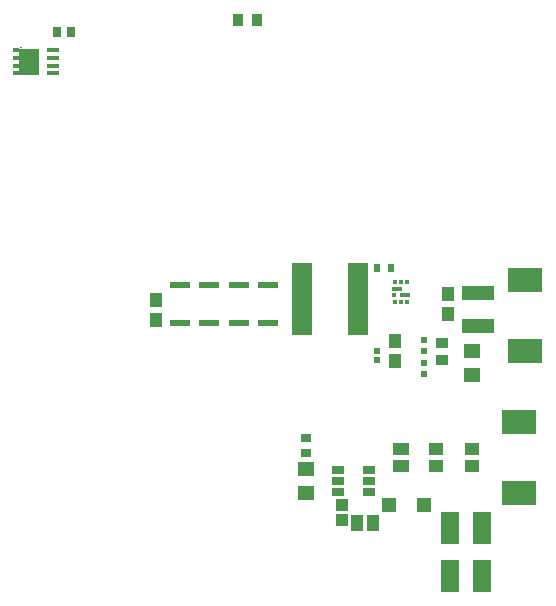
<source format=gtp>
G04*
G04 #@! TF.GenerationSoftware,Altium Limited,Altium Designer,20.1.11 (218)*
G04*
G04 Layer_Color=8421504*
%FSLAX25Y25*%
%MOIN*%
G70*
G04*
G04 #@! TF.SameCoordinates,BFD9478E-40F5-488C-9E65-EBE4A76B9196*
G04*
G04*
G04 #@! TF.FilePolarity,Positive*
G04*
G01*
G75*
%ADD10R,0.01200X0.01600*%
%ADD11R,0.04331X0.04921*%
%ADD12R,0.07165X0.02441*%
%ADD13R,0.07008X0.24252*%
%ADD14R,0.11811X0.07874*%
%ADD15R,0.02047X0.02835*%
%ADD16R,0.02008X0.01595*%
%ADD17R,0.00984X0.00303*%
%ADD18R,0.03898X0.01595*%
%ADD19R,0.06791X0.08799*%
%ADD20R,0.05709X0.04724*%
%ADD21R,0.03740X0.03150*%
%ADD22R,0.02756X0.03347*%
%ADD23R,0.03937X0.04331*%
%ADD24R,0.02165X0.02165*%
%ADD25R,0.03543X0.03937*%
%ADD26R,0.01600X0.01200*%
%ADD27R,0.03500X0.01200*%
G04:AMPARAMS|DCode=28|XSize=43.31mil|YSize=23.62mil|CornerRadius=2.01mil|HoleSize=0mil|Usage=FLASHONLY|Rotation=180.000|XOffset=0mil|YOffset=0mil|HoleType=Round|Shape=RoundedRectangle|*
%AMROUNDEDRECTD28*
21,1,0.04331,0.01961,0,0,180.0*
21,1,0.03929,0.02362,0,0,180.0*
1,1,0.00402,-0.01965,0.00980*
1,1,0.00402,0.01965,0.00980*
1,1,0.00402,0.01965,-0.00980*
1,1,0.00402,-0.01965,-0.00980*
%
%ADD28ROUNDEDRECTD28*%
%ADD29R,0.05118X0.05118*%
%ADD30R,0.06024X0.10709*%
%ADD31R,0.10630X0.05118*%
%ADD32R,0.05118X0.03937*%
%ADD33R,0.05315X0.04331*%
%ADD34R,0.04134X0.03740*%
%ADD35R,0.02047X0.02205*%
%ADD36R,0.04331X0.05315*%
D10*
X167323Y353740D02*
D03*
X171260Y347047D02*
D03*
X169291D02*
D03*
X167323D02*
D03*
X171260Y353740D02*
D03*
X169291D02*
D03*
D11*
X87795Y347835D02*
D03*
Y341142D02*
D03*
X167323Y327362D02*
D03*
Y334055D02*
D03*
X185039Y343110D02*
D03*
Y349803D02*
D03*
D12*
X95669Y352756D02*
D03*
Y340158D02*
D03*
X105512Y352756D02*
D03*
Y340158D02*
D03*
X115354Y352756D02*
D03*
Y340158D02*
D03*
X125197Y352756D02*
D03*
Y340158D02*
D03*
D13*
X154961Y348031D02*
D03*
X136378D02*
D03*
D14*
X208661Y283465D02*
D03*
Y307087D02*
D03*
X210630Y354331D02*
D03*
Y330709D02*
D03*
D15*
X161417Y358268D02*
D03*
X166142D02*
D03*
D16*
X41122Y423260D02*
D03*
Y425858D02*
D03*
Y428457D02*
D03*
Y431055D02*
D03*
D17*
X42618Y422614D02*
D03*
Y431716D02*
D03*
D18*
X53366Y423260D02*
D03*
Y425858D02*
D03*
Y431055D02*
D03*
Y428457D02*
D03*
D19*
X45520Y427157D02*
D03*
D20*
X137795Y283465D02*
D03*
Y291339D02*
D03*
X192913Y322835D02*
D03*
Y330709D02*
D03*
D21*
X137795Y296654D02*
D03*
Y301772D02*
D03*
D22*
X54823Y437008D02*
D03*
X59350D02*
D03*
D23*
X149606Y274410D02*
D03*
Y279528D02*
D03*
D24*
X177165Y330709D02*
D03*
Y334252D02*
D03*
Y323031D02*
D03*
Y326575D02*
D03*
D25*
X114961Y440945D02*
D03*
X121260D02*
D03*
D26*
X166929Y349409D02*
D03*
D27*
X167891Y351378D02*
D03*
X170691Y349409D02*
D03*
D28*
X148228Y283662D02*
D03*
Y291142D02*
D03*
Y287402D02*
D03*
X158858Y283662D02*
D03*
Y287402D02*
D03*
Y291142D02*
D03*
D29*
X165354Y279528D02*
D03*
X177165D02*
D03*
D30*
X185665Y255906D02*
D03*
X196224D02*
D03*
X185665Y271654D02*
D03*
X196224D02*
D03*
D31*
X194882Y338976D02*
D03*
Y350000D02*
D03*
D32*
X192913Y292323D02*
D03*
Y298228D02*
D03*
X181102Y292323D02*
D03*
Y298228D02*
D03*
D33*
X169291Y292520D02*
D03*
Y298031D02*
D03*
D34*
X183071Y327854D02*
D03*
Y333563D02*
D03*
D35*
X161417Y327638D02*
D03*
Y330630D02*
D03*
D36*
X154564Y273557D02*
D03*
X160076D02*
D03*
M02*

</source>
